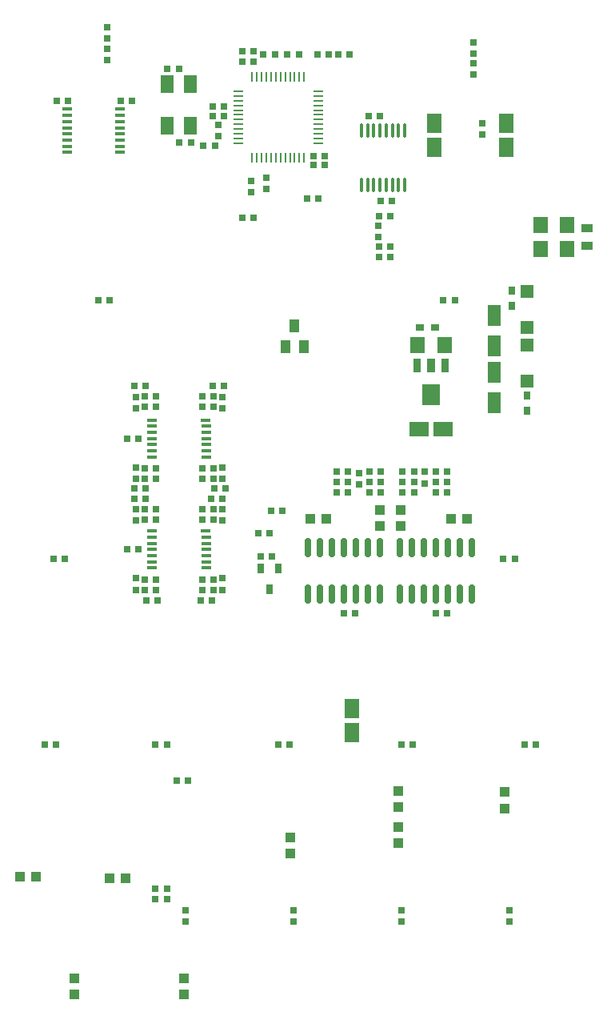
<source format=gbr>
%TF.GenerationSoftware,KiCad,Pcbnew,(6.0.11-0)*%
%TF.CreationDate,2023-05-26T19:22:20+02:00*%
%TF.ProjectId,tides,74696465-732e-46b6-9963-61645f706362,rev?*%
%TF.SameCoordinates,Original*%
%TF.FileFunction,Paste,Top*%
%TF.FilePolarity,Positive*%
%FSLAX46Y46*%
G04 Gerber Fmt 4.6, Leading zero omitted, Abs format (unit mm)*
G04 Created by KiCad (PCBNEW (6.0.11-0)) date 2023-05-26 19:22:20*
%MOMM*%
%LPD*%
G01*
G04 APERTURE LIST*
G04 Aperture macros list*
%AMRoundRect*
0 Rectangle with rounded corners*
0 $1 Rounding radius*
0 $2 $3 $4 $5 $6 $7 $8 $9 X,Y pos of 4 corners*
0 Add a 4 corners polygon primitive as box body*
4,1,4,$2,$3,$4,$5,$6,$7,$8,$9,$2,$3,0*
0 Add four circle primitives for the rounded corners*
1,1,$1+$1,$2,$3*
1,1,$1+$1,$4,$5*
1,1,$1+$1,$6,$7*
1,1,$1+$1,$8,$9*
0 Add four rect primitives between the rounded corners*
20,1,$1+$1,$2,$3,$4,$5,0*
20,1,$1+$1,$4,$5,$6,$7,0*
20,1,$1+$1,$6,$7,$8,$9,0*
20,1,$1+$1,$8,$9,$2,$3,0*%
G04 Aperture macros list end*
%ADD10R,1.250000X0.900000*%
%ADD11R,0.750000X0.650000*%
%ADD12R,0.650000X0.750000*%
%ADD13R,1.600000X1.800000*%
%ADD14R,1.400000X2.200000*%
%ADD15R,0.850000X0.700000*%
%ADD16R,1.000000X0.350000*%
%ADD17R,1.400000X1.900000*%
%ADD18R,1.000000X1.100000*%
%ADD19R,1.100000X1.000000*%
%ADD20R,1.400000X1.400000*%
%ADD21RoundRect,0.150000X0.150000X-0.825000X0.150000X0.825000X-0.150000X0.825000X-0.150000X-0.825000X0*%
%ADD22R,1.500000X2.000000*%
%ADD23R,1.000000X0.254000*%
%ADD24R,0.254000X1.000000*%
%ADD25R,0.700000X1.000000*%
%ADD26R,1.000000X1.400000*%
%ADD27R,2.000000X1.500000*%
%ADD28R,0.700000X0.850000*%
%ADD29RoundRect,0.100000X0.100000X-0.637500X0.100000X0.637500X-0.100000X0.637500X-0.100000X-0.637500X0*%
G04 APERTURE END LIST*
%TO.C,IC5*%
G36*
X162313600Y-91182350D02*
G01*
X161513600Y-91182350D01*
X161513600Y-89782350D01*
X162313600Y-89782350D01*
X162313600Y-91182350D01*
G37*
G36*
X164313600Y-94662350D02*
G01*
X162513600Y-94662350D01*
X162513600Y-92462350D01*
X164313600Y-92462350D01*
X164313600Y-94662350D01*
G37*
G36*
X163813600Y-91182350D02*
G01*
X163013600Y-91182350D01*
X163013600Y-89782350D01*
X163813600Y-89782350D01*
X163813600Y-91182350D01*
G37*
G36*
X165313600Y-91182350D02*
G01*
X164513600Y-91182350D01*
X164513600Y-89782350D01*
X165313600Y-89782350D01*
X165313600Y-91182350D01*
G37*
%TD*%
D10*
%TO.C,L1*%
X179923600Y-77804850D03*
X179923600Y-75904850D03*
%TD*%
D11*
%TO.C,R66*%
X160238600Y-148059850D03*
X160238600Y-149259850D03*
%TD*%
D12*
%TO.C,R15*%
X159092300Y-77857350D03*
X157892300Y-77857350D03*
%TD*%
%TO.C,C30*%
X132422300Y-98177350D03*
X131222300Y-98177350D03*
%TD*%
%TO.C,C38*%
X156899900Y-103899999D03*
X158099900Y-103899999D03*
%TD*%
D13*
%TO.C,C19*%
X177831100Y-75634850D03*
X175031100Y-75634850D03*
%TD*%
D11*
%TO.C,R2*%
X167858600Y-57502350D03*
X167858600Y-56302350D03*
%TD*%
D12*
%TO.C,R9*%
X141470900Y-64046150D03*
X140270900Y-64046150D03*
%TD*%
%TO.C,R17*%
X140271000Y-92621250D03*
X141471000Y-92621250D03*
%TD*%
%TO.C,R39*%
X160400000Y-102788700D03*
X161600000Y-102788700D03*
%TD*%
%TO.C,C11*%
X136778400Y-66903550D03*
X137978400Y-66903550D03*
%TD*%
D14*
%TO.C,C24*%
X170081100Y-85147350D03*
X170081100Y-88347350D03*
%TD*%
D12*
%TO.C,R35*%
X133216100Y-104527450D03*
X132016100Y-104527450D03*
%TD*%
%TO.C,R41*%
X139159800Y-105638650D03*
X140359800Y-105638650D03*
%TD*%
%TO.C,C39*%
X161600000Y-103900000D03*
X160400000Y-103900000D03*
%TD*%
%TO.C,C5*%
X130587500Y-62458450D03*
X131787500Y-62458450D03*
%TD*%
D15*
%TO.C,L3*%
X162196100Y-86429850D03*
X163796100Y-86429850D03*
%TD*%
D12*
%TO.C,C32*%
X140359800Y-101352350D03*
X139159800Y-101352350D03*
%TD*%
%TO.C,C22*%
X129406100Y-83572350D03*
X128206100Y-83572350D03*
%TD*%
%TO.C,C45*%
X172268600Y-110877350D03*
X171068600Y-110877350D03*
%TD*%
%TO.C,C53*%
X148456100Y-130562350D03*
X147256100Y-130562350D03*
%TD*%
D11*
%TO.C,R21*%
X141347300Y-93767250D03*
X141347300Y-94967250D03*
%TD*%
D12*
%TO.C,C42*%
X145100000Y-108200000D03*
X146300000Y-108200000D03*
%TD*%
%TO.C,C1*%
X143446100Y-57219850D03*
X144646100Y-57219850D03*
%TD*%
D11*
%TO.C,R65*%
X148808600Y-148059850D03*
X148808600Y-149259850D03*
%TD*%
D12*
%TO.C,C46*%
X133127300Y-113099950D03*
X134327300Y-113099950D03*
%TD*%
D11*
%TO.C,C33*%
X162746200Y-101712500D03*
X162746200Y-102912500D03*
%TD*%
D16*
%TO.C,IC7*%
X133898800Y-107974850D03*
X133898800Y-108624850D03*
X133898800Y-109274850D03*
X133898800Y-109924850D03*
X133898800Y-110574850D03*
X133898800Y-111224850D03*
X133898800Y-111874850D03*
X139588400Y-111874850D03*
X139588400Y-111224850D03*
X139588400Y-110574850D03*
X139588400Y-109924850D03*
X139588400Y-109274850D03*
X139588400Y-108624850D03*
X139568100Y-107974850D03*
%TD*%
D12*
%TO.C,C55*%
X174491100Y-130562350D03*
X173291100Y-130562350D03*
%TD*%
%TO.C,C47*%
X140360000Y-113099950D03*
X139160000Y-113099950D03*
%TD*%
%TO.C,C41*%
X140360000Y-106749950D03*
X139160000Y-106749950D03*
%TD*%
%TO.C,R32*%
X156899999Y-101677501D03*
X158099999Y-101677501D03*
%TD*%
%TO.C,R28*%
X134327500Y-102463550D03*
X133127500Y-102463550D03*
%TD*%
%TO.C,C23*%
X165918500Y-83572350D03*
X164718500Y-83572350D03*
%TD*%
D11*
%TO.C,R26*%
X132140000Y-102428650D03*
X132140000Y-101228650D03*
%TD*%
%TO.C,R51*%
X132139600Y-112976250D03*
X132139600Y-114176250D03*
%TD*%
D12*
%TO.C,R61*%
X136461100Y-134372350D03*
X137661100Y-134372350D03*
%TD*%
%TO.C,R13*%
X143446300Y-74841050D03*
X144646300Y-74841050D03*
%TD*%
%TO.C,C27*%
X133127500Y-94843650D03*
X134327500Y-94843650D03*
%TD*%
%TO.C,R38*%
X158099900Y-102788701D03*
X156899900Y-102788701D03*
%TD*%
D14*
%TO.C,C26*%
X170081100Y-91179850D03*
X170081100Y-94379850D03*
%TD*%
D17*
%TO.C,Q1*%
X137893400Y-65129850D03*
X137893400Y-60729850D03*
X135493400Y-60729850D03*
X135493400Y-65129850D03*
%TD*%
D11*
%TO.C,C7*%
X168811100Y-64874850D03*
X168811100Y-66074850D03*
%TD*%
%TO.C,R6*%
X129123600Y-56937350D03*
X129123600Y-58137350D03*
%TD*%
D18*
%TO.C,D7*%
X148491100Y-140348650D03*
X148491100Y-142048650D03*
%TD*%
D11*
%TO.C,C15*%
X145951100Y-70589950D03*
X145951100Y-71789950D03*
%TD*%
D12*
%TO.C,C14*%
X150983500Y-69284850D03*
X152183500Y-69284850D03*
%TD*%
D18*
%TO.C,R49*%
X167250000Y-106700000D03*
X165550000Y-106700000D03*
%TD*%
%TO.C,D5*%
X171192300Y-135586150D03*
X171192300Y-137286150D03*
%TD*%
D12*
%TO.C,R62*%
X134238700Y-145802350D03*
X135438700Y-145802350D03*
%TD*%
%TO.C,R5*%
X149408500Y-57537250D03*
X148208500Y-57537250D03*
%TD*%
%TO.C,R30*%
X140429700Y-103416150D03*
X141629700Y-103416150D03*
%TD*%
%TO.C,R42*%
X153407400Y-102788800D03*
X154607400Y-102788800D03*
%TD*%
%TO.C,C56*%
X124961200Y-62458550D03*
X123761200Y-62458550D03*
%TD*%
D11*
%TO.C,R44*%
X132139800Y-105673950D03*
X132139800Y-106873950D03*
%TD*%
D19*
%TO.C,D8*%
X121559800Y-144532350D03*
X119859800Y-144532350D03*
%TD*%
D20*
%TO.C,D1*%
X173573600Y-86424850D03*
X173573600Y-82624850D03*
%TD*%
D18*
%TO.C,R47*%
X150650000Y-106700000D03*
X152350000Y-106700000D03*
%TD*%
D12*
%TO.C,C17*%
X158051200Y-73094750D03*
X159251200Y-73094750D03*
%TD*%
%TO.C,C54*%
X161473600Y-130562350D03*
X160273600Y-130562350D03*
%TD*%
D21*
%TO.C,IC8*%
X160090000Y-114675000D03*
X161360000Y-114675000D03*
X162630000Y-114675000D03*
X163900000Y-114675000D03*
X165170000Y-114675000D03*
X166440000Y-114675000D03*
X167710000Y-114675000D03*
X167710000Y-109725000D03*
X166440000Y-109725000D03*
X165170000Y-109725000D03*
X163900000Y-109725000D03*
X162630000Y-109725000D03*
X161360000Y-109725000D03*
X160090000Y-109725000D03*
%TD*%
D22*
%TO.C,C50*%
X154999900Y-126722350D03*
X154999900Y-129322350D03*
%TD*%
D12*
%TO.C,C37*%
X154607500Y-103900000D03*
X153407500Y-103900000D03*
%TD*%
%TO.C,C52*%
X135438600Y-130562350D03*
X134238600Y-130562350D03*
%TD*%
D18*
%TO.C,D4*%
X159921100Y-135427350D03*
X159921100Y-137127350D03*
%TD*%
D12*
%TO.C,C13*%
X150983500Y-68332650D03*
X152183500Y-68332650D03*
%TD*%
D23*
%TO.C,IC1*%
X142971000Y-61454850D03*
X142971000Y-61954850D03*
X142971000Y-62454850D03*
X142971000Y-62954850D03*
X142971000Y-63454850D03*
X142971000Y-63954850D03*
X142971000Y-64454850D03*
X142971000Y-64954850D03*
X142971000Y-65454850D03*
X142971000Y-65954850D03*
X142971000Y-66454850D03*
X142971000Y-66954850D03*
D24*
X144471000Y-68454850D03*
X144971000Y-68454850D03*
X145471000Y-68454850D03*
X145971000Y-68454850D03*
X146471000Y-68454850D03*
X146971000Y-68454850D03*
X147471000Y-68454850D03*
X147971000Y-68454850D03*
X148471000Y-68454850D03*
X148971000Y-68454850D03*
X149471000Y-68454850D03*
X149971000Y-68454850D03*
D23*
X151471000Y-66954850D03*
X151471000Y-66454850D03*
X151471000Y-65954850D03*
X151471000Y-65454850D03*
X151471000Y-64954850D03*
X151471000Y-64454850D03*
X151471000Y-63954850D03*
X151471000Y-63454850D03*
X151471000Y-62954850D03*
X151471000Y-62454850D03*
X151471000Y-61954850D03*
X151471000Y-61454850D03*
D24*
X149971000Y-59954850D03*
X149471000Y-59954850D03*
X148971000Y-59954850D03*
X148471000Y-59954850D03*
X147971000Y-59954850D03*
X147471000Y-59954850D03*
X146971000Y-59954850D03*
X146471000Y-59954850D03*
X145971000Y-59954850D03*
X145471000Y-59954850D03*
X144971000Y-59954850D03*
X144471000Y-59954850D03*
%TD*%
D13*
%TO.C,C20*%
X177831100Y-78174850D03*
X175031100Y-78174850D03*
%TD*%
D11*
%TO.C,C8*%
X140871200Y-66233450D03*
X140871200Y-65033450D03*
%TD*%
D12*
%TO.C,C18*%
X157892400Y-74682350D03*
X159092400Y-74682350D03*
%TD*%
D11*
%TO.C,R20*%
X132139900Y-94967250D03*
X132139900Y-93767250D03*
%TD*%
D12*
%TO.C,R54*%
X140201300Y-115322350D03*
X139001300Y-115322350D03*
%TD*%
%TO.C,C4*%
X136708400Y-59124850D03*
X135508400Y-59124850D03*
%TD*%
D11*
%TO.C,R14*%
X157857400Y-76869750D03*
X157857400Y-75669750D03*
%TD*%
D12*
%TO.C,R27*%
X139159900Y-102463450D03*
X140359900Y-102463450D03*
%TD*%
%TO.C,R40*%
X165092400Y-102788700D03*
X163892400Y-102788700D03*
%TD*%
D11*
%TO.C,C34*%
X155753700Y-101871300D03*
X155753700Y-103071300D03*
%TD*%
D22*
%TO.C,C10*%
X171351100Y-64809850D03*
X171351100Y-67409850D03*
%TD*%
D21*
%TO.C,IC9*%
X150390000Y-114675000D03*
X151660000Y-114675000D03*
X152930000Y-114675000D03*
X154200000Y-114675000D03*
X155470000Y-114675000D03*
X156740000Y-114675000D03*
X158010000Y-114675000D03*
X158010000Y-109725000D03*
X156740000Y-109725000D03*
X155470000Y-109725000D03*
X154200000Y-109725000D03*
X152930000Y-109725000D03*
X151660000Y-109725000D03*
X150390000Y-109725000D03*
%TD*%
D12*
%TO.C,C44*%
X124643600Y-110877350D03*
X123443600Y-110877350D03*
%TD*%
D19*
%TO.C,R45*%
X158000000Y-105750000D03*
X158000000Y-107450000D03*
%TD*%
D12*
%TO.C,R36*%
X140112400Y-104527450D03*
X141312400Y-104527450D03*
%TD*%
D18*
%TO.C,D6*%
X159921100Y-139237350D03*
X159921100Y-140937350D03*
%TD*%
D11*
%TO.C,R25*%
X141347500Y-102428450D03*
X141347500Y-101228450D03*
%TD*%
D12*
%TO.C,C48*%
X163900000Y-116700000D03*
X165100000Y-116700000D03*
%TD*%
%TO.C,R16*%
X133216100Y-92621150D03*
X132016100Y-92621150D03*
%TD*%
%TO.C,C40*%
X163892500Y-103900000D03*
X165092500Y-103900000D03*
%TD*%
D25*
%TO.C,IC10*%
X147256300Y-111919000D03*
X145356300Y-111919000D03*
X146306300Y-114119000D03*
%TD*%
D12*
%TO.C,R46*%
X146588800Y-110637400D03*
X145388800Y-110637400D03*
%TD*%
D11*
%TO.C,R7*%
X167858600Y-58524850D03*
X167858600Y-59724850D03*
%TD*%
D26*
%TO.C,D2*%
X148017700Y-88482150D03*
X149917700Y-88482150D03*
X148967700Y-86282150D03*
%TD*%
D27*
%TO.C,C29*%
X164713600Y-97224850D03*
X162113600Y-97224850D03*
%TD*%
D12*
%TO.C,R4*%
X146868600Y-57537250D03*
X145668600Y-57537250D03*
%TD*%
%TO.C,C36*%
X133127300Y-106749850D03*
X134327300Y-106749850D03*
%TD*%
D19*
%TO.C,R48*%
X160200000Y-105750000D03*
X160200000Y-107450000D03*
%TD*%
D12*
%TO.C,C51*%
X122491100Y-130562350D03*
X123691100Y-130562350D03*
%TD*%
%TO.C,R29*%
X133216200Y-103416050D03*
X132016200Y-103416050D03*
%TD*%
D11*
%TO.C,R43*%
X141347300Y-105673450D03*
X141347300Y-106873450D03*
%TD*%
D12*
%TO.C,C28*%
X140359900Y-94843750D03*
X139159900Y-94843750D03*
%TD*%
%TO.C,R37*%
X134327400Y-105638550D03*
X133127400Y-105638550D03*
%TD*%
D20*
%TO.C,D3*%
X173573600Y-92139850D03*
X173573600Y-88339850D03*
%TD*%
D11*
%TO.C,R67*%
X171668600Y-148059850D03*
X171668600Y-149259850D03*
%TD*%
D12*
%TO.C,R8*%
X141471000Y-63093450D03*
X140271000Y-63093450D03*
%TD*%
%TO.C,R34*%
X163892400Y-101677501D03*
X165092400Y-101677501D03*
%TD*%
%TO.C,C6*%
X157981000Y-64046050D03*
X156781000Y-64046050D03*
%TD*%
D18*
%TO.C,D10*%
X125631100Y-155271150D03*
X125631100Y-156971150D03*
%TD*%
D12*
%TO.C,C2*%
X152583700Y-57536950D03*
X151383700Y-57536950D03*
%TD*%
%TO.C,C3*%
X143446200Y-58331050D03*
X144646200Y-58331050D03*
%TD*%
%TO.C,R31*%
X154607500Y-101677500D03*
X153407500Y-101677500D03*
%TD*%
D16*
%TO.C,IC6*%
X133898800Y-96227350D03*
X133898800Y-96877350D03*
X133898800Y-97527350D03*
X133898800Y-98177350D03*
X133898800Y-98827350D03*
X133898800Y-99477350D03*
X133898800Y-100127350D03*
X139588400Y-100127350D03*
X139588400Y-99477350D03*
X139588400Y-98827350D03*
X139588400Y-98177350D03*
X139588400Y-97527350D03*
X139588400Y-96877350D03*
X139568100Y-96227350D03*
%TD*%
D12*
%TO.C,C43*%
X132422400Y-109924850D03*
X131222400Y-109924850D03*
%TD*%
D13*
%TO.C,C25*%
X162013600Y-88334850D03*
X164813600Y-88334850D03*
%TD*%
D11*
%TO.C,R64*%
X137378600Y-148059750D03*
X137378600Y-149259750D03*
%TD*%
D28*
%TO.C,L4*%
X173573600Y-95267350D03*
X173573600Y-93667350D03*
%TD*%
D12*
%TO.C,C21*%
X157892400Y-78968350D03*
X159092400Y-78968350D03*
%TD*%
D11*
%TO.C,C16*%
X144363600Y-70907650D03*
X144363600Y-72107650D03*
%TD*%
D12*
%TO.C,R18*%
X134327500Y-93732350D03*
X133127500Y-93732350D03*
%TD*%
D22*
%TO.C,C9*%
X163731100Y-67409750D03*
X163731100Y-64809750D03*
%TD*%
D12*
%TO.C,C12*%
X140518900Y-67221350D03*
X139318900Y-67221350D03*
%TD*%
%TO.C,C35*%
X147700000Y-105797350D03*
X146500000Y-105797350D03*
%TD*%
D19*
%TO.C,D9*%
X129384900Y-144691150D03*
X131084900Y-144691150D03*
%TD*%
D28*
%TO.C,L2*%
X171986100Y-84154850D03*
X171986100Y-82554850D03*
%TD*%
D12*
%TO.C,C49*%
X154200000Y-116700000D03*
X155400000Y-116700000D03*
%TD*%
%TO.C,R33*%
X161600000Y-101677500D03*
X160400000Y-101677500D03*
%TD*%
D29*
%TO.C,IC4*%
X156058600Y-71353650D03*
X156708600Y-71353650D03*
X157358600Y-71353650D03*
X158008600Y-71353650D03*
X158658600Y-71353650D03*
X159308600Y-71353650D03*
X159958600Y-71353650D03*
X160608600Y-71353650D03*
X160608600Y-65628650D03*
X159958600Y-65628650D03*
X159308600Y-65628650D03*
X158658600Y-65628650D03*
X158008600Y-65628650D03*
X157358600Y-65628650D03*
X156708600Y-65628650D03*
X156058600Y-65628650D03*
%TD*%
D16*
%TO.C,IC2*%
X124870000Y-63366050D03*
X124870000Y-64016050D03*
X124870000Y-64666050D03*
X124870000Y-65316050D03*
X124870000Y-65966050D03*
X124870000Y-66616050D03*
X124870000Y-67266050D03*
X124870000Y-67916050D03*
X130520000Y-67916050D03*
X130520000Y-67266050D03*
X130520000Y-66616050D03*
X130520000Y-65966050D03*
X130520000Y-65316050D03*
X130520000Y-64666050D03*
X130520000Y-64016050D03*
X130520000Y-63366050D03*
%TD*%
D12*
%TO.C,R10*%
X150272500Y-72777250D03*
X151472500Y-72777250D03*
%TD*%
%TO.C,R19*%
X139159900Y-93732350D03*
X140359900Y-93732350D03*
%TD*%
%TO.C,R52*%
X134327300Y-114211150D03*
X133127300Y-114211150D03*
%TD*%
%TO.C,R55*%
X133286100Y-115322550D03*
X134486100Y-115322550D03*
%TD*%
%TO.C,R53*%
X139160000Y-114211250D03*
X140360000Y-114211250D03*
%TD*%
D11*
%TO.C,R1*%
X129123600Y-55914850D03*
X129123600Y-54714850D03*
%TD*%
%TO.C,R50*%
X141347200Y-112976050D03*
X141347200Y-114176050D03*
%TD*%
D12*
%TO.C,R63*%
X134238700Y-146913450D03*
X135438700Y-146913450D03*
%TD*%
%TO.C,C31*%
X133127500Y-101352250D03*
X134327500Y-101352250D03*
%TD*%
%TO.C,R3*%
X154806100Y-57537150D03*
X153606100Y-57537150D03*
%TD*%
D18*
%TO.C,D11*%
X137219800Y-155271150D03*
X137219800Y-156971150D03*
%TD*%
M02*

</source>
